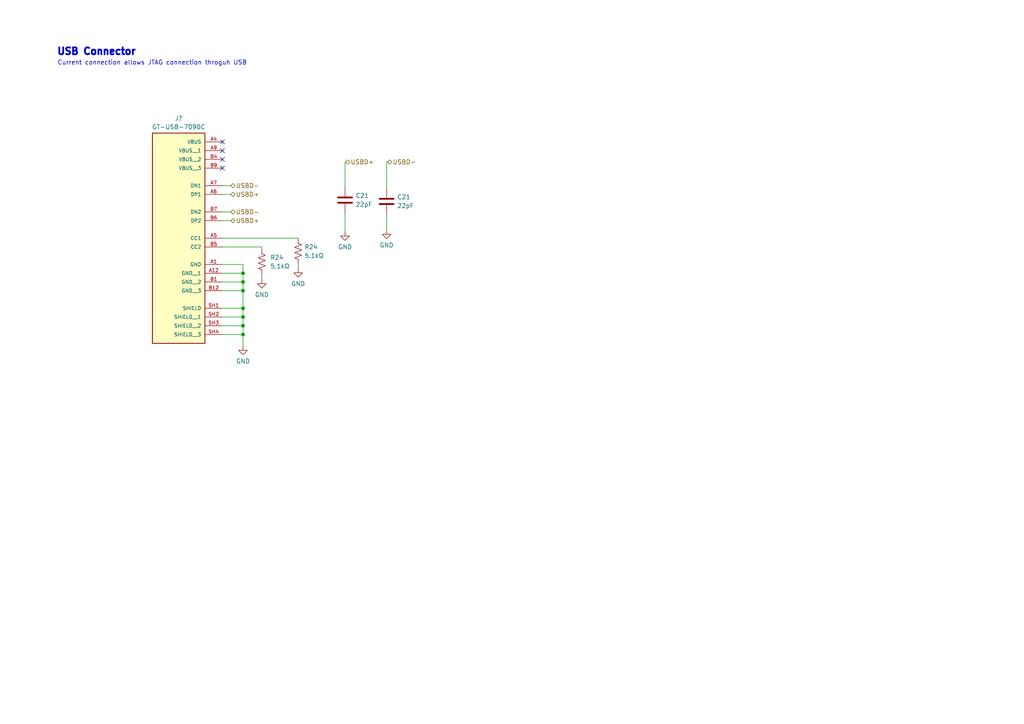
<source format=kicad_sch>
(kicad_sch (version 20230121) (generator eeschema)
  (paper "A4")
  (lib_symbols
    (symbol "Device:C" (pin_numbers hide) (pin_names (offset 0.254))
      (property "Reference" "C" (at 0.635 2.54 0))
      (property "Value" "C" (at 0.635 -2.54 0))
      (symbol "C_0_1"
        (polyline (pts (xy -2.032 -0.762) (xy 2.032 -0.762)) (stroke (width 0.508)))
        (polyline (pts (xy -2.032 0.762) (xy 2.032 0.762)) (stroke (width 0.508)))
      )
      (symbol "C_1_1"
        (pin passive line (at 0 3.81 270) (length 2.794) (name "~") (number "1"))
        (pin passive line (at 0 -3.81 90) (length 2.794) (name "~") (number "2"))
      )
    )
    (symbol "Device:R_US" (pin_numbers hide) (pin_names (offset 0))
      (property "Reference" "R" (at 2.54 0 90))
      (property "Value" "R_US" (at -2.54 0 90))
      (symbol "R_US_0_1"
        (polyline (pts (xy 0 -2.286) (xy 0 -2.54)))
        (polyline (pts (xy 0 2.286) (xy 0 2.54)))
        (polyline (pts (xy 0 -0.762) (xy 1.016 -1.143) (xy 0 -1.524) (xy -1.016 -1.905) (xy 0 -2.286)))
        (polyline (pts (xy 0 0.762) (xy 1.016 0.381) (xy 0 0) (xy -1.016 -0.381) (xy 0 -0.762)))
        (polyline (pts (xy 0 2.286) (xy 1.016 1.905) (xy 0 1.524) (xy -1.016 1.143) (xy 0 0.762)))
      )
      (symbol "R_US_1_1"
        (pin passive line (at 0 3.81 270) (length 1.27) (name "~") (number "1"))
        (pin passive line (at 0 -3.81 90) (length 1.27) (name "~") (number "2"))
      )
    )
    (symbol "UJ20-C-R-G-TH-1-P14-TR:UJ20-C-R-G-TH-1-P14-TR" (pin_names (offset 1.016))
      (property "Reference" "J" (at -7.62 18.542 0))
      (property "Value" "UJ20-C-R-G-TH-1-P14-TR" (at -7.62 -43.942 0))
      (symbol "UJ20-C-R-G-TH-1-P14-TR_0_0"
        (rectangle (start -7.62 -43.18) (end 7.62 17.78) (stroke (width 0.254)) (fill (type background)))
        (pin power_in line (at 12.7 -20.32 180) (length 5.08) (name "GND") (number "A1"))
        (pin power_in line (at 12.7 -22.86 180) (length 5.08) (name "GND__1") (number "A12"))
        (pin power_in line (at 12.7 15.24 180) (length 5.08) (name "VBUS") (number "A4"))
        (pin passive line (at 12.7 -12.7 180) (length 5.08) (name "CC1") (number "A5"))
        (pin passive line (at 12.7 0 180) (length 5.08) (name "DP1") (number "A6"))
        (pin passive line (at 12.7 2.54 180) (length 5.08) (name "DN1") (number "A7"))
        (pin power_in line (at 12.7 12.7 180) (length 5.08) (name "VBUS__1") (number "A9"))
        (pin power_in line (at 12.7 -25.4 180) (length 5.08) (name "GND__2") (number "B1"))
        (pin power_in line (at 12.7 -27.94 180) (length 5.08) (name "GND__3") (number "B12"))
        (pin power_in line (at 12.7 10.16 180) (length 5.08) (name "VBUS__2") (number "B4"))
        (pin passive line (at 12.7 -15.24 180) (length 5.08) (name "CC2") (number "B5"))
        (pin passive line (at 12.7 -7.62 180) (length 5.08) (name "DP2") (number "B6"))
        (pin passive line (at 12.7 -5.08 180) (length 5.08) (name "DN2") (number "B7"))
        (pin power_in line (at 12.7 7.62 180) (length 5.08) (name "VBUS__3") (number "B9"))
        (pin passive line (at 12.7 -33.02 180) (length 5.08) (name "SHIELD") (number "SH1"))
        (pin passive line (at 12.7 -35.56 180) (length 5.08) (name "SHIELD__1") (number "SH2"))
        (pin passive line (at 12.7 -38.1 180) (length 5.08) (name "SHIELD__2") (number "SH3"))
        (pin passive line (at 12.7 -40.64 180) (length 5.08) (name "SHIELD__3") (number "SH4"))
      )
    )
    (symbol "power:GND" (power) (pin_names (offset 0))
      (property "Value" "GND" (at 0 -3.81 0))
      (symbol "GND_0_1"
        (polyline (pts (xy 0 0) (xy 0 -1.27) (xy 1.27 -1.27) (xy 0 -2.54) (xy -1.27 -1.27) (xy 0 -1.27)))
      )
      (symbol "GND_1_1"
        (pin power_in line (at 0 0 270) (length 0) hide (name "GND") (number "1"))
      )
    )
  )
  (junction (at 70.485 94.488))
  (junction (at 70.485 81.788))
  (junction (at 70.485 84.328))
  (junction (at 70.485 89.408))
  (junction (at 70.485 91.948))
  (junction (at 70.485 97.028))
  (junction (at 70.485 79.248))
  (no_connect (at 64.516 48.768))
  (no_connect (at 64.516 43.688))
  (no_connect (at 64.516 41.148))
  (no_connect (at 64.516 46.228))
  (wire (pts (xy 64.516 97.028) (xy 70.485 97.028)))
  (wire (pts (xy 70.485 94.488) (xy 64.516 94.488)))
  (wire (pts (xy 70.485 89.408) (xy 70.485 91.948)))
  (wire (pts (xy 64.516 56.388) (xy 66.929 56.388)))
  (wire (pts (xy 64.516 53.848) (xy 66.929 53.848)))
  (wire (pts (xy 100.076 61.849) (xy 100.076 67.183)))
  (wire (pts (xy 70.485 91.948) (xy 70.485 94.488)))
  (wire (pts (xy 64.516 61.468) (xy 66.929 61.468)))
  (wire (pts (xy 64.516 69.088) (xy 86.487 69.088)))
  (wire (pts (xy 70.485 84.328) (xy 70.485 89.408)))
  (wire (pts (xy 86.487 76.708) (xy 86.487 77.851)))
  (wire (pts (xy 70.485 81.788) (xy 70.485 84.328)))
  (wire (pts (xy 64.516 64.008) (xy 66.929 64.008)))
  (wire (pts (xy 64.516 91.948) (xy 70.485 91.948)))
  (wire (pts (xy 100.076 46.99) (xy 100.203 46.99)))
  (wire (pts (xy 70.485 76.708) (xy 70.485 79.248)))
  (wire (pts (xy 112.141 46.99) (xy 112.395 46.99)))
  (wire (pts (xy 112.141 62.23) (xy 112.141 66.675)))
  (wire (pts (xy 64.516 71.628) (xy 75.946 71.628)))
  (wire (pts (xy 112.141 54.61) (xy 112.141 46.99)))
  (wire (pts (xy 70.485 94.488) (xy 70.485 97.028)))
  (wire (pts (xy 64.516 89.408) (xy 70.485 89.408)))
  (wire (pts (xy 64.516 79.248) (xy 70.485 79.248)))
  (wire (pts (xy 64.516 84.328) (xy 70.485 84.328)))
  (wire (pts (xy 75.946 79.756) (xy 75.946 81.026)))
  (wire (pts (xy 100.076 54.229) (xy 100.076 46.99)))
  (wire (pts (xy 64.516 81.788) (xy 70.485 81.788)))
  (wire (pts (xy 75.946 71.628) (xy 75.946 72.136)))
  (wire (pts (xy 70.485 97.028) (xy 70.485 100.33)))
  (wire (pts (xy 64.516 76.708) (xy 70.485 76.708)))
  (wire (pts (xy 70.485 79.248) (xy 70.485 81.788)))
  (text "USB Connector" (at 16.383 16.256 0) (effects (font (size 2 2) (thickness 0.508) bold) (justify left bottom)))
  (text "Current connection allows JTAG connection throguh USB\n" (at 16.637 19.05 0) (effects (font (size 1.27 1.27)) (justify left bottom)))
  (hierarchical_label "USBD-" (shape bidirectional) (at 66.929 53.848 0))
  (hierarchical_label "USBD+" (shape bidirectional) (at 66.929 56.388 0))
  (hierarchical_label "USBD+" (shape bidirectional) (at 100.203 46.99 0))
  (hierarchical_label "USBD-" (shape bidirectional) (at 66.929 61.468 0))
  (hierarchical_label "USBD+" (shape bidirectional) (at 66.929 64.008 0))
  (hierarchical_label "USBD-" (shape bidirectional) (at 112.395 46.99 0))
  (symbol (lib_id "power:GND") (at 70.485 100.33 0) (unit 1)
    (property "Reference" "#PWR063" (effects hide))
    (property "Value" "GND" (at 70.485 104.775 0))
  )
  (symbol (lib_id "Device:R_US") (at 75.946 75.946 0) (unit 1)
    (property "Reference" "R24" (at 78.359 74.676 0) (effects (justify left)))
    (property "Value" "5.1kΩ" (at 78.359 77.216 0) (effects (justify left)))
    (property "Footprint" "Resistor_SMD:R_0805_2012Metric" (effects hide))
    (property "Manufacturer" "UNI-ROYAL" (effects hide))
    (property "MFG Part#" "0805W8F5101T5E" (effects hide))
    (property "Description" "125mW Thick Film Resistor 150V ±100ppm/℃ ±1% 5.1kΩ 0805 Chip Resistor - Surface Mount ROHS" (effects hide))
    (property "Package" "0805" (effects hide))
    (property "LCSC" "C27834" (effects hide))
    (instances (project "Taz Main PCB V1.14" (path "" (reference "R24") (unit 1)) (path "" (reference "R23") (unit 1))))
  )
  (symbol (lib_id "Device:C") (at 112.141 58.42 0) (unit 1)
    (property "Reference" "C21" (at 115.189 57.15 0) (effects (justify left)))
    (property "Value" "22pF" (at 115.189 59.69 0) (effects (justify left)))
    (property "Footprint" "Capacitor_SMD:C_0603_1608Metric" (effects hide))
    (property "Manufacturer" "YAGEO" (effects hide))
    (property "MFG Part#" "CC0603JRNPO9BN220" (effects hide))
    (property "Description" "50V 22pF NP0 ±5% 0603 Multilayer Ceramic Capacitors MLCC - SMD/SMT ROHS" (effects hide))
    (property "Package" "0603" (effects hide))
    (property "LCSC" "C105620" (effects hide))
    (instances (project "Taz Main PCB V1.14" (path "" (reference "C21") (unit 1)) (path "" (reference "C19") (unit 1)) (path "" (reference "C32") (unit 1))))
  )
  (symbol (lib_id "Device:R_US") (at 86.487 72.898 0) (unit 1)
    (property "Reference" "R24" (at 88.265 71.628 0) (effects (justify left)))
    (property "Value" "5.1kΩ" (at 88.265 74.168 0) (effects (justify left)))
    (property "Footprint" "Resistor_SMD:R_0805_2012Metric" (effects hide))
    (property "Manufacturer" "UNI-ROYAL" (effects hide))
    (property "MFG Part#" "0805W8F5101T5E" (effects hide))
    (property "Description" "125mW Thick Film Resistor 150V ±100ppm/℃ ±1% 5.1kΩ 0805 Chip Resistor - Surface Mount ROHS" (effects hide))
    (property "Package" "0805" (effects hide))
    (property "LCSC" "C27834" (effects hide))
    (instances (project "Taz Main PCB V1.14" (path "" (reference "R24") (unit 1)) (path "" (reference "R22") (unit 1))))
  )
  (symbol (lib_id "power:GND") (at 75.946 81.026 0) (unit 1)
    (property "Reference" "#PWR061" (effects hide))
    (property "Value" "GND" (at 75.946 85.471 0))
  )
  (symbol (lib_id "power:GND") (at 112.141 66.675 0) (unit 1)
    (property "Reference" "#PWR059" (effects hide))
    (property "Value" "GND" (at 112.141 71.12 0))
  )
  (symbol (lib_id "UJ20-C-R-G-TH-1-P14-TR:UJ20-C-R-G-TH-1-P14-TR") (at 51.816 56.388 0) (unit 1)
    (property "Reference" "J?" (at 51.816 34.29 0))
    (property "Value" "GT-USB-7090C" (at 51.816 36.83 0))
    (property "Footprint" "RootCustomizeFootprint:GTUSB7090" (effects hide))
    (property "Datasheet" "https://lcsc.com/datasheet/lcsc_datasheet_2411221125_G-Switch-GT-USB-7090C_C3019716.pdf" (effects hide))
    (property "Manufacturer" "G-Switch" (effects hide))
    (property "MFG Part#" "GT-USB-7090C" (effects hide))
    (property "Description" "USB 2.0 5A 1 Surface Mount,Vertical 14P Female -40℃~+85℃ Type-C SMD USB Connectors ROHS" (effects hide))
    (property "Package" "SMD" (effects hide))
    (property "LCSC" "C3019716" (effects hide))
    (instances (project "Taz Main PCB V1.14" (path "" (reference "J?") (unit 1)) (path "" (reference "USB2") (unit 1))))
  )
  (symbol (lib_id "power:GND") (at 100.076 67.183 0) (unit 1)
    (property "Reference" "#PWR060" (effects hide))
    (property "Value" "GND" (at 100.076 71.628 0))
  )
  (symbol (lib_id "power:GND") (at 86.487 77.851 0) (unit 1)
    (property "Reference" "#PWR062" (effects hide))
    (property "Value" "GND" (at 86.487 82.296 0))
  )
  (symbol (lib_id "Device:C") (at 100.076 58.039 0) (unit 1)
    (property "Reference" "C21" (at 103.124 56.769 0) (effects (justify left)))
    (property "Value" "22pF" (at 103.124 59.309 0) (effects (justify left)))
    (property "Footprint" "Capacitor_SMD:C_0603_1608Metric" (effects hide))
    (property "Manufacturer" "YAGEO" (effects hide))
    (property "MFG Part#" "CC0603JRNPO9BN220" (effects hide))
    (property "Description" "50V 22pF NP0 ±5% 0603 Multilayer Ceramic Capacitors MLCC - SMD/SMT ROHS" (effects hide))
    (property "Package" "0603" (effects hide))
    (property "LCSC" "C105620" (effects hide))
    (instances (project "Taz Main PCB V1.14" (path "" (reference "C21") (unit 1)) (path "" (reference "C19") (unit 1)) (path "" (reference "C31") (unit 1))))
  )
)
</source>
